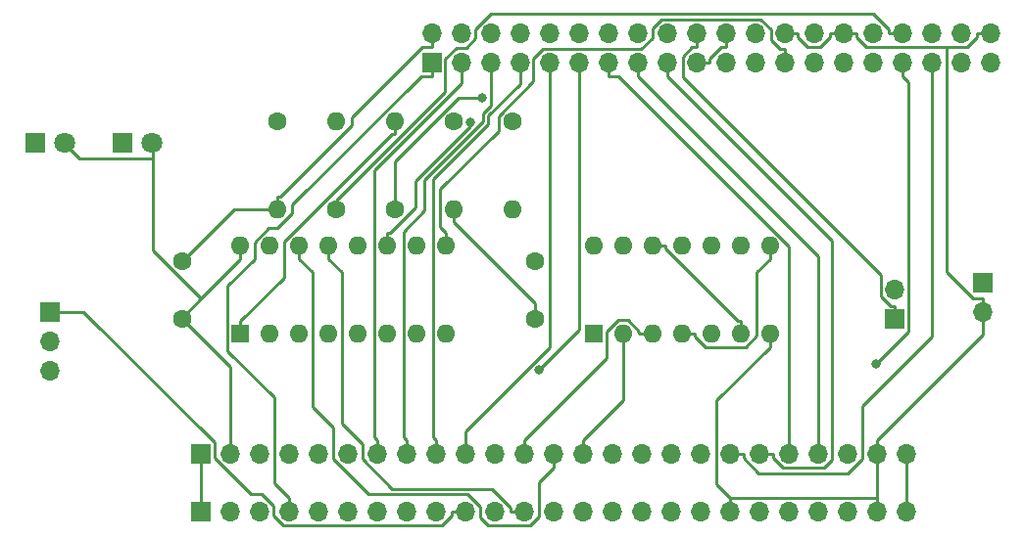
<source format=gbr>
G04 #@! TF.GenerationSoftware,KiCad,Pcbnew,(6.0.6)*
G04 #@! TF.CreationDate,2022-09-15T19:04:13+02:00*
G04 #@! TF.ProjectId,PC128S_IDE,50433132-3853-45f4-9944-452e6b696361,rev?*
G04 #@! TF.SameCoordinates,Original*
G04 #@! TF.FileFunction,Copper,L2,Bot*
G04 #@! TF.FilePolarity,Positive*
%FSLAX46Y46*%
G04 Gerber Fmt 4.6, Leading zero omitted, Abs format (unit mm)*
G04 Created by KiCad (PCBNEW (6.0.6)) date 2022-09-15 19:04:13*
%MOMM*%
%LPD*%
G01*
G04 APERTURE LIST*
G04 #@! TA.AperFunction,ComponentPad*
%ADD10R,1.700000X1.700000*%
G04 #@! TD*
G04 #@! TA.AperFunction,ComponentPad*
%ADD11O,1.700000X1.700000*%
G04 #@! TD*
G04 #@! TA.AperFunction,ComponentPad*
%ADD12C,1.600000*%
G04 #@! TD*
G04 #@! TA.AperFunction,ComponentPad*
%ADD13O,1.600000X1.600000*%
G04 #@! TD*
G04 #@! TA.AperFunction,ComponentPad*
%ADD14R,1.600000X1.600000*%
G04 #@! TD*
G04 #@! TA.AperFunction,ComponentPad*
%ADD15R,1.800000X1.800000*%
G04 #@! TD*
G04 #@! TA.AperFunction,ComponentPad*
%ADD16C,1.800000*%
G04 #@! TD*
G04 #@! TA.AperFunction,ViaPad*
%ADD17C,0.800000*%
G04 #@! TD*
G04 #@! TA.AperFunction,Conductor*
%ADD18C,0.250000*%
G04 #@! TD*
G04 APERTURE END LIST*
D10*
X212090000Y-100965000D03*
D11*
X212090000Y-103505000D03*
D10*
X144509500Y-120795000D03*
D11*
X147049500Y-120795000D03*
X149589500Y-120795000D03*
X152129500Y-120795000D03*
X154669500Y-120795000D03*
X157209500Y-120795000D03*
X159749500Y-120795000D03*
X162289500Y-120795000D03*
X164829500Y-120795000D03*
X167369500Y-120795000D03*
X169909500Y-120795000D03*
X172449500Y-120795000D03*
X174989500Y-120795000D03*
X177529500Y-120795000D03*
X180069500Y-120795000D03*
X182609500Y-120795000D03*
X185149500Y-120795000D03*
X187689500Y-120795000D03*
X190229500Y-120795000D03*
X192769500Y-120795000D03*
X195309500Y-120795000D03*
X197849500Y-120795000D03*
X200389500Y-120795000D03*
X202929500Y-120795000D03*
X205469500Y-120795000D03*
D10*
X144509500Y-115795000D03*
D11*
X147049500Y-115795000D03*
X149589500Y-115795000D03*
X152129500Y-115795000D03*
X154669500Y-115795000D03*
X157209500Y-115795000D03*
X159749500Y-115795000D03*
X162289500Y-115795000D03*
X164829500Y-115795000D03*
X167369500Y-115795000D03*
X169909500Y-115795000D03*
X172449500Y-115795000D03*
X174989500Y-115795000D03*
X177529500Y-115795000D03*
X180069500Y-115795000D03*
X182609500Y-115795000D03*
X185149500Y-115795000D03*
X187689500Y-115795000D03*
X190229500Y-115795000D03*
X192769500Y-115795000D03*
X195309500Y-115795000D03*
X197849500Y-115795000D03*
X200389500Y-115795000D03*
X202929500Y-115795000D03*
X205469500Y-115795000D03*
D10*
X131445000Y-103505000D03*
D11*
X131445000Y-106045000D03*
X131445000Y-108585000D03*
D12*
X156210000Y-94615000D03*
D13*
X156210000Y-86995000D03*
D10*
X204470000Y-104140000D03*
D11*
X204470000Y-101600000D03*
D14*
X178440000Y-105400000D03*
D13*
X180980000Y-105400000D03*
X183520000Y-105400000D03*
X186060000Y-105400000D03*
X188600000Y-105400000D03*
X191140000Y-105400000D03*
X193680000Y-105400000D03*
X193680000Y-97780000D03*
X191140000Y-97780000D03*
X188600000Y-97780000D03*
X186060000Y-97780000D03*
X183520000Y-97780000D03*
X180980000Y-97780000D03*
X178440000Y-97780000D03*
D15*
X137790000Y-88900000D03*
D16*
X140330000Y-88900000D03*
D12*
X142875000Y-104100000D03*
X142875000Y-99100000D03*
X151130000Y-86995000D03*
D13*
X151130000Y-94615000D03*
D14*
X147950000Y-105400000D03*
D13*
X150490000Y-105400000D03*
X153030000Y-105400000D03*
X155570000Y-105400000D03*
X158110000Y-105400000D03*
X160650000Y-105400000D03*
X163190000Y-105400000D03*
X165730000Y-105400000D03*
X165730000Y-97780000D03*
X163190000Y-97780000D03*
X160650000Y-97780000D03*
X158110000Y-97780000D03*
X155570000Y-97780000D03*
X153030000Y-97780000D03*
X150490000Y-97780000D03*
X147950000Y-97780000D03*
D15*
X130175000Y-88900000D03*
D16*
X132715000Y-88900000D03*
D12*
X173355000Y-104100000D03*
X173355000Y-99100000D03*
D10*
X164470000Y-81920000D03*
D11*
X164470000Y-79380000D03*
X167010000Y-81920000D03*
X167010000Y-79380000D03*
X169550000Y-81920000D03*
X169550000Y-79380000D03*
X172090000Y-81920000D03*
X172090000Y-79380000D03*
X174630000Y-81920000D03*
X174630000Y-79380000D03*
X177170000Y-81920000D03*
X177170000Y-79380000D03*
X179710000Y-81920000D03*
X179710000Y-79380000D03*
X182250000Y-81920000D03*
X182250000Y-79380000D03*
X184790000Y-81920000D03*
X184790000Y-79380000D03*
X187330000Y-81920000D03*
X187330000Y-79380000D03*
X189870000Y-81920000D03*
X189870000Y-79380000D03*
X192410000Y-81920000D03*
X192410000Y-79380000D03*
X194950000Y-81920000D03*
X194950000Y-79380000D03*
X197490000Y-81920000D03*
X197490000Y-79380000D03*
X200030000Y-81920000D03*
X200030000Y-79380000D03*
X202570000Y-81920000D03*
X202570000Y-79380000D03*
X205110000Y-81920000D03*
X205110000Y-79380000D03*
X207650000Y-81920000D03*
X207650000Y-79380000D03*
X210190000Y-81920000D03*
X210190000Y-79380000D03*
X212730000Y-81920000D03*
X212730000Y-79380000D03*
D12*
X166370000Y-86995000D03*
D13*
X166370000Y-94615000D03*
D12*
X161290000Y-94615000D03*
D13*
X161290000Y-86995000D03*
D12*
X171450000Y-86995000D03*
D13*
X171450000Y-94615000D03*
D17*
X202842500Y-107980400D03*
X173720500Y-108506400D03*
X167834800Y-87078200D03*
X168819200Y-84932700D03*
D18*
X212090000Y-105459400D02*
X202929500Y-114619900D01*
X187330000Y-81920000D02*
X188505100Y-81920000D01*
X201205100Y-79745300D02*
X201205100Y-79380000D01*
X200030000Y-79380000D02*
X198854900Y-79380000D01*
X193680000Y-105400000D02*
X193680000Y-106525100D01*
X151130000Y-94615000D02*
X147360000Y-94615000D01*
X194950000Y-79380000D02*
X196125100Y-79380000D01*
X151130000Y-94615000D02*
X151130000Y-93489900D01*
X211554900Y-79380000D02*
X211554900Y-79747200D01*
X200030000Y-79380000D02*
X201205100Y-79380000D01*
X208976600Y-80570600D02*
X202030400Y-80570600D01*
X196950400Y-80570600D02*
X196125100Y-79745300D01*
X163662100Y-80555100D02*
X157531400Y-86685800D01*
X198031500Y-80570600D02*
X196950400Y-80570600D01*
X208976600Y-100047500D02*
X211259000Y-102329900D01*
X164470000Y-79380000D02*
X164470000Y-80555100D01*
X202929500Y-120795000D02*
X202929500Y-119619900D01*
X202030400Y-80570600D02*
X201205100Y-79745300D01*
X189870000Y-80555100D02*
X189504700Y-80555100D01*
X208976600Y-80570600D02*
X208976600Y-100047500D01*
X211554900Y-79747200D02*
X210731500Y-80570600D01*
X189504700Y-80555100D02*
X188505100Y-81554700D01*
X198854900Y-79747200D02*
X198031500Y-80570600D01*
X198854900Y-79380000D02*
X198854900Y-79747200D01*
X188505100Y-81554700D02*
X188505100Y-81920000D01*
X196125100Y-79745300D02*
X196125100Y-79380000D01*
X151363100Y-93489900D02*
X151130000Y-93489900D01*
X157531400Y-86685800D02*
X157531400Y-87321600D01*
X189870000Y-79380000D02*
X189870000Y-80555100D01*
X210731500Y-80570600D02*
X208976600Y-80570600D01*
X212090000Y-103505000D02*
X212090000Y-102329900D01*
X189038900Y-118429300D02*
X189038900Y-111166200D01*
X211259000Y-102329900D02*
X212090000Y-102329900D01*
X202929500Y-115795000D02*
X202929500Y-114619900D01*
X190229500Y-119619900D02*
X189038900Y-118429300D01*
X202929500Y-119619900D02*
X202929500Y-115795000D01*
X212730000Y-79380000D02*
X211554900Y-79380000D01*
X190229500Y-120795000D02*
X190229500Y-119619900D01*
X164470000Y-80555100D02*
X163662100Y-80555100D01*
X212090000Y-103505000D02*
X212090000Y-105459400D01*
X202929500Y-119619900D02*
X190229500Y-119619900D01*
X157531400Y-87321600D02*
X151363100Y-93489900D01*
X147360000Y-94615000D02*
X142875000Y-99100000D01*
X189038900Y-111166200D02*
X193680000Y-106525100D01*
X147950000Y-97780000D02*
X147950000Y-98905100D01*
X142875000Y-104100000D02*
X147049500Y-108274500D01*
X166370000Y-95740100D02*
X173355000Y-102725100D01*
X147049500Y-108274500D02*
X147049500Y-115795000D01*
X147950000Y-98905100D02*
X144518100Y-102337000D01*
X166370000Y-94615000D02*
X166370000Y-95740100D01*
X142875000Y-103980100D02*
X142875000Y-104100000D01*
X144518100Y-102337000D02*
X142875000Y-103980100D01*
X140335000Y-88900000D02*
X140335000Y-90181700D01*
X140335000Y-90181700D02*
X140335000Y-98153900D01*
X140335000Y-90181700D02*
X133991700Y-90181700D01*
X173355000Y-102725100D02*
X173355000Y-104100000D01*
X140335000Y-98153900D02*
X144518100Y-102337000D01*
X133991700Y-90181700D02*
X132710000Y-88900000D01*
X179710000Y-81920000D02*
X179710000Y-83095100D01*
X180591300Y-83095100D02*
X195309500Y-97813300D01*
X195309500Y-97813300D02*
X195309500Y-115795000D01*
X179710000Y-83095100D02*
X180591300Y-83095100D01*
X182250000Y-83095100D02*
X197849500Y-98694600D01*
X197849500Y-98694600D02*
X197849500Y-115795000D01*
X182250000Y-81920000D02*
X182250000Y-83095100D01*
X184790000Y-83095100D02*
X199026800Y-97331900D01*
X199026800Y-116321000D02*
X198356000Y-116991800D01*
X192769500Y-115795000D02*
X193944600Y-115795000D01*
X199026800Y-97331900D02*
X199026800Y-116321000D01*
X194776100Y-116991800D02*
X193944600Y-116160300D01*
X184790000Y-81920000D02*
X184790000Y-83095100D01*
X193944600Y-116160300D02*
X193944600Y-115795000D01*
X198356000Y-116991800D02*
X194776100Y-116991800D01*
X207650000Y-83095100D02*
X207650000Y-105620600D01*
X201659500Y-111611100D02*
X201659500Y-116189100D01*
X192707900Y-117463600D02*
X191404600Y-116160300D01*
X191404600Y-116160300D02*
X191404600Y-115795000D01*
X207650000Y-105620600D02*
X201659500Y-111611100D01*
X201659500Y-116189100D02*
X200385000Y-117463600D01*
X190229500Y-115795000D02*
X191404600Y-115795000D01*
X200385000Y-117463600D02*
X192707900Y-117463600D01*
X207650000Y-81920000D02*
X207650000Y-83095100D01*
X205645200Y-83630300D02*
X205645200Y-105177700D01*
X205110000Y-81920000D02*
X205110000Y-83095100D01*
X205645200Y-105177700D02*
X202842500Y-107980400D01*
X205110000Y-83095100D02*
X205645200Y-83630300D01*
X159472400Y-91276100D02*
X159472400Y-114342800D01*
X159472400Y-114342800D02*
X159749500Y-114619900D01*
X159749500Y-115795000D02*
X159749500Y-114619900D01*
X167010000Y-83738500D02*
X159472400Y-91276100D01*
X167010000Y-81920000D02*
X167010000Y-83738500D01*
X180980000Y-105400000D02*
X180980000Y-111169400D01*
X180980000Y-111169400D02*
X177529500Y-114619900D01*
X177529500Y-115795000D02*
X177529500Y-114619900D01*
X162289500Y-114619900D02*
X162012400Y-114342800D01*
X168895300Y-86306300D02*
X169550000Y-85651600D01*
X162289500Y-115795000D02*
X162289500Y-114619900D01*
X169550000Y-81920000D02*
X169550000Y-83095100D01*
X162012400Y-114342800D02*
X162012400Y-96533600D01*
X168895300Y-87043200D02*
X168895300Y-86306300D01*
X162012400Y-96533600D02*
X163864800Y-94681200D01*
X163864800Y-92073700D02*
X168895300Y-87043200D01*
X163864800Y-94681200D02*
X163864800Y-92073700D01*
X169550000Y-85651600D02*
X169550000Y-83095100D01*
X153030000Y-97780000D02*
X153030000Y-98905100D01*
X159024900Y-119286200D02*
X167524800Y-119286200D01*
X169344900Y-121989100D02*
X172931500Y-121989100D01*
X172931500Y-121989100D02*
X173719500Y-121201100D01*
X168639500Y-120400900D02*
X168639500Y-121283700D01*
X153030000Y-98905100D02*
X154155100Y-100030200D01*
X174989500Y-115795000D02*
X174989500Y-116970100D01*
X167524800Y-119286200D02*
X168639500Y-120400900D01*
X173719500Y-121201100D02*
X173719500Y-118240100D01*
X155939500Y-113540900D02*
X155939500Y-116200800D01*
X173719500Y-118240100D02*
X174989500Y-116970100D01*
X154155100Y-100030200D02*
X154155100Y-111756500D01*
X168639500Y-121283700D02*
X169344900Y-121989100D01*
X154155100Y-111756500D02*
X155939500Y-113540900D01*
X155939500Y-116200800D02*
X159024900Y-119286200D01*
X172090000Y-83748200D02*
X172090000Y-83095100D01*
X169345500Y-86492700D02*
X172090000Y-83748200D01*
X169345500Y-87243700D02*
X169345500Y-86492700D01*
X172090000Y-81920000D02*
X172090000Y-83095100D01*
X164577100Y-92012100D02*
X169345500Y-87243700D01*
X164829500Y-115795000D02*
X164829500Y-114619900D01*
X164829500Y-114619900D02*
X164577100Y-114367500D01*
X164577100Y-114367500D02*
X164577100Y-92012100D01*
X182394900Y-105166900D02*
X182394900Y-105400000D01*
X180566300Y-104218500D02*
X181446500Y-104218500D01*
X179565200Y-105219600D02*
X180566300Y-104218500D01*
X181446500Y-104218500D02*
X182394900Y-105166900D01*
X183520000Y-105400000D02*
X182394900Y-105400000D01*
X172449500Y-115795000D02*
X172449500Y-114619900D01*
X172449500Y-114619900D02*
X179565200Y-107504200D01*
X179565200Y-107504200D02*
X179565200Y-105219600D01*
X167369500Y-113832000D02*
X167369500Y-114619900D01*
X167369500Y-115795000D02*
X167369500Y-114619900D01*
X174630000Y-83095100D02*
X174630000Y-106571500D01*
X174630000Y-81920000D02*
X174630000Y-83095100D01*
X174630000Y-106571500D02*
X167369500Y-113832000D01*
X177170000Y-81920000D02*
X177170000Y-105056900D01*
X177170000Y-105056900D02*
X173720500Y-108506400D01*
X144509500Y-115795000D02*
X144509500Y-120795000D01*
X205469500Y-115795000D02*
X205469500Y-120795000D01*
X149146100Y-97462100D02*
X149146100Y-98905200D01*
X150859500Y-118349900D02*
X152129500Y-119619900D01*
X164470000Y-81920000D02*
X164470000Y-83095100D01*
X150859500Y-110918700D02*
X150859500Y-118349900D01*
X152129500Y-120795000D02*
X152129500Y-119619900D01*
X152399200Y-94238900D02*
X152399200Y-94983400D01*
X151114200Y-96268400D02*
X150339800Y-96268400D01*
X146824800Y-106884000D02*
X150859500Y-110918700D01*
X149146100Y-98905200D02*
X146824800Y-101226500D01*
X150339800Y-96268400D02*
X149146100Y-97462100D01*
X164470000Y-83095100D02*
X163543000Y-83095100D01*
X146824800Y-101226500D02*
X146824800Y-106884000D01*
X163543000Y-83095100D02*
X152399200Y-94238900D01*
X152399200Y-94983400D02*
X151114200Y-96268400D01*
X156695100Y-100030200D02*
X156695100Y-113189300D01*
X158479500Y-116244900D02*
X161055600Y-118821000D01*
X158479500Y-114973700D02*
X158479500Y-116244900D01*
X156695100Y-113189300D02*
X158479500Y-114973700D01*
X172449500Y-120795000D02*
X171274400Y-120795000D01*
X155570000Y-98905100D02*
X156695100Y-100030200D01*
X169665600Y-118821000D02*
X171274400Y-120429800D01*
X155570000Y-97780000D02*
X155570000Y-98905100D01*
X161055600Y-118821000D02*
X169665600Y-118821000D01*
X171274400Y-120429800D02*
X171274400Y-120795000D01*
X190906800Y-104274900D02*
X184645100Y-98013200D01*
X191140000Y-105400000D02*
X191140000Y-104274900D01*
X184645100Y-98013200D02*
X184645100Y-97780000D01*
X183520000Y-97780000D02*
X184645100Y-97780000D01*
X191140000Y-104274900D02*
X190906800Y-104274900D01*
X151658200Y-122001500D02*
X165353100Y-122001500D01*
X150764900Y-120246100D02*
X150764900Y-121108200D01*
X131445000Y-103505000D02*
X134393300Y-103505000D01*
X166194400Y-121160200D02*
X166194400Y-120795000D01*
X149754400Y-119235600D02*
X150764900Y-120246100D01*
X148821100Y-119235600D02*
X149754400Y-119235600D01*
X150764900Y-121108200D02*
X151658200Y-122001500D01*
X167369500Y-120795000D02*
X166194400Y-120795000D01*
X145684700Y-114796400D02*
X145684700Y-116099200D01*
X134393300Y-103505000D02*
X145684700Y-114796400D01*
X145684700Y-116099200D02*
X148821100Y-119235600D01*
X165353100Y-122001500D02*
X166194400Y-121160200D01*
X160650000Y-97780000D02*
X160650000Y-96654900D01*
X160869400Y-96654900D02*
X160650000Y-96654900D01*
X167834800Y-87078200D02*
X167834800Y-87425700D01*
X167834800Y-87425700D02*
X163074200Y-92186300D01*
X163074200Y-94450100D02*
X160869400Y-96654900D01*
X163074200Y-92186300D02*
X163074200Y-94450100D01*
X173265200Y-81560500D02*
X174080900Y-80744800D01*
X193774900Y-79937100D02*
X194582700Y-80744900D01*
X165203000Y-96127900D02*
X165203000Y-92881600D01*
X165203000Y-92881600D02*
X170245700Y-87838900D01*
X173265200Y-83548900D02*
X173265200Y-81560500D01*
X193774900Y-79073700D02*
X193774900Y-79937100D01*
X194950000Y-81920000D02*
X194950000Y-80744900D01*
X170245700Y-86568400D02*
X173265200Y-83548900D01*
X165730000Y-96654900D02*
X165203000Y-96127900D01*
X194582700Y-80744900D02*
X194950000Y-80744900D01*
X182560100Y-80744800D02*
X183520000Y-79784900D01*
X165730000Y-97780000D02*
X165730000Y-96654900D01*
X192894500Y-78193300D02*
X193774900Y-79073700D01*
X184314700Y-78193300D02*
X192894500Y-78193300D01*
X183520000Y-79784900D02*
X183520000Y-78988000D01*
X183520000Y-78988000D02*
X184314700Y-78193300D01*
X170245700Y-87838900D02*
X170245700Y-86568400D01*
X174080900Y-80744800D02*
X182560100Y-80744800D01*
X204102700Y-102964900D02*
X204470000Y-102964900D01*
X204470000Y-104140000D02*
X204470000Y-102964900D01*
X186139400Y-81378500D02*
X186139400Y-83174600D01*
X203294900Y-100330100D02*
X203294900Y-102157100D01*
X187330000Y-80555100D02*
X186962800Y-80555100D01*
X187330000Y-79380000D02*
X187330000Y-80555100D01*
X186962800Y-80555100D02*
X186139400Y-81378500D01*
X203294900Y-102157100D02*
X204102700Y-102964900D01*
X186139400Y-83174600D02*
X203294900Y-100330100D01*
X161290000Y-90468100D02*
X166825400Y-84932700D01*
X166825400Y-84932700D02*
X168819200Y-84932700D01*
X161290000Y-94615000D02*
X161290000Y-90468100D01*
X166615100Y-80650000D02*
X165645200Y-81619900D01*
X202623500Y-77701400D02*
X169566300Y-77701400D01*
X165645200Y-84466500D02*
X156210000Y-93901700D01*
X169566300Y-77701400D02*
X168261200Y-79006500D01*
X205110000Y-79380000D02*
X203934900Y-79380000D01*
X156210000Y-93901700D02*
X156210000Y-94615000D01*
X165645200Y-81619900D02*
X165645200Y-84466500D01*
X167431400Y-80650000D02*
X166615100Y-80650000D01*
X168261200Y-79820200D02*
X167431400Y-80650000D01*
X168261200Y-79006500D02*
X168261200Y-79820200D01*
X203934900Y-79380000D02*
X203934900Y-79012800D01*
X203934900Y-79012800D02*
X202623500Y-77701400D01*
X151679800Y-97449000D02*
X151679800Y-100545100D01*
X151679800Y-100545100D02*
X147950000Y-104274900D01*
X147950000Y-105400000D02*
X147950000Y-104274900D01*
X161290000Y-88120100D02*
X161008700Y-88120100D01*
X161008700Y-88120100D02*
X151679800Y-97449000D01*
X161290000Y-86995000D02*
X161290000Y-88120100D01*
X192554900Y-100030200D02*
X192554900Y-105576700D01*
X192554900Y-105576700D02*
X191588900Y-106542700D01*
X191588900Y-106542700D02*
X188094600Y-106542700D01*
X193680000Y-98905100D02*
X192554900Y-100030200D01*
X193680000Y-97780000D02*
X193680000Y-98905100D01*
X188094600Y-106542700D02*
X187185100Y-105633200D01*
X186060000Y-105400000D02*
X187185100Y-105400000D01*
X187185100Y-105633200D02*
X187185100Y-105400000D01*
M02*

</source>
